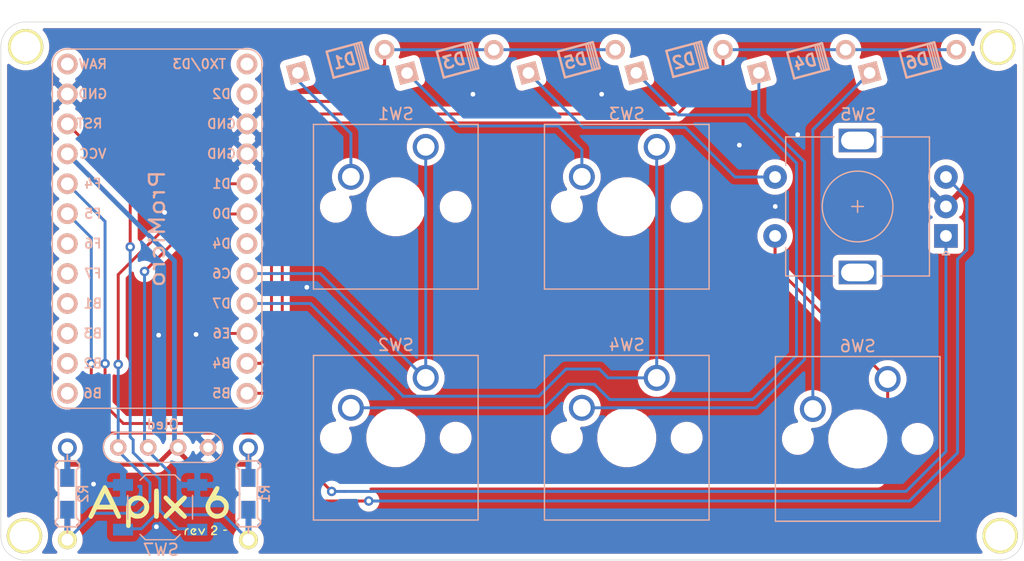
<source format=kicad_pcb>
(kicad_pcb (version 20171130) (host pcbnew "(5.1.6)-1")
  (layers (0 F.Cu signal) (31 B.Cu signal) (34 B.Paste user) (35 F.Paste user) (36 B.SilkS user) (37 F.SilkS user) (38 B.Mask user) (39 F.Mask user) (44 Edge.Cuts user))
  (net 0 "")
  (net 1 "Net-(D1-Pad2)")
  (net 2 row0)
  (net 3 "Net-(D2-Pad2)")
  (net 4 row1)
  (net 5 "Net-(D3-Pad2)")
  (net 6 "Net-(D4-Pad2)")
  (net 7 "Net-(D5-Pad2)")
  (net 8 "Net-(D6-Pad2)")
  (net 9 SCL)
  (net 10 SDA)
  (net 11 VCC)
  (net 12 GND)
  (net 13 col0)
  (net 14 col1)
  (net 15 ENC_A)
  (net 16 ENC_B)
  (net 17 col2)
  (net 18 "Net-(U1-Pad24)")
  (net 19 RESET)
  (net 20 "Net-(U1-Pad18)")
  (net 21 "Net-(U1-Pad17)")
  (net 22 "Net-(U1-Pad16)")
  (net 23 "Net-(U1-Pad15)")
  (net 24 "Net-(U1-Pad14)")
  (net 25 "Net-(U1-Pad13)")
  (net 26 "Net-(U1-Pad7)")
  (net 27 "Net-(U1-Pad2)")
  (net 28 "Net-(U1-Pad1)")
  (module keebio:ArduinoProMicro (layer B.Cu) (at 118.11 76.94 270)
    (fp_text reference U1 hide)
    (fp_text value ProMicro (at 0 0 90) (layer B.SilkS) (effects (font (size 1.27 1.524) (thickness 0.2032)) (justify mirror)))
    (fp_text user B2 (at 11.43 5.461) (layer B.SilkS) (effects (font (size 0.8 0.8)) (justify mirror)))
    (fp_text user F7 (at 3.81 5.461) (layer B.SilkS) (effects (font (size 0.8 0.8)) (justify mirror)))
    (fp_text user F6 (at 1.27 5.461) (layer B.SilkS) (effects (font (size 0.8 0.8)) (justify mirror)))
    (fp_text user F5 (at -1.27 5.461) (layer B.SilkS) (effects (font (size 0.8 0.8)) (justify mirror)))
    (fp_text user RAW (at -13.97 5.461) (layer B.SilkS) (effects (font (size 0.8 0.8)) (justify mirror)))
    (fp_text user GND (at -11.43 5.461) (layer B.SilkS) (effects (font (size 0.8 0.8)) (justify mirror)))
    (fp_text user RST (at -8.92 5.73312) (layer B.SilkS) (effects (font (size 0.8 0.8)) (justify mirror)))
    (fp_text user VCC (at -6.35 5.461) (layer B.SilkS) (effects (font (size 0.8 0.8)) (justify mirror)))
    (fp_text user F4 (at -3.81 5.461) (layer B.SilkS) (effects (font (size 0.8 0.8)) (justify mirror)))
    (fp_text user B1 (at 6.35 5.461) (layer B.SilkS) (effects (font (size 0.8 0.8)) (justify mirror)))
    (fp_text user B3 (at 8.89 5.461) (layer B.SilkS) (effects (font (size 0.8 0.8)) (justify mirror)))
    (fp_text user B6 (at 13.97 5.461) (layer B.SilkS) (effects (font (size 0.8 0.8)) (justify mirror)))
    (fp_text user B5 (at 13.97 -5.461) (layer B.SilkS) (effects (font (size 0.8 0.8)) (justify mirror)))
    (fp_text user B4 (at 11.43 -5.461) (layer B.SilkS) (effects (font (size 0.8 0.8)) (justify mirror)))
    (fp_text user E6 (at 8.89 -5.461) (layer B.SilkS) (effects (font (size 0.8 0.8)) (justify mirror)))
    (fp_text user D7 (at 6.35 -5.461) (layer B.SilkS) (effects (font (size 0.8 0.8)) (justify mirror)))
    (fp_text user C6 (at 3.81 -5.461) (layer B.SilkS) (effects (font (size 0.8 0.8)) (justify mirror)))
    (fp_text user D4 (at 1.27 -5.461) (layer B.SilkS) (effects (font (size 0.8 0.8)) (justify mirror)))
    (fp_text user GND (at -8.89 -5.461) (layer B.SilkS) (effects (font (size 0.8 0.8)) (justify mirror)))
    (fp_text user GND (at -6.35 -5.461) (layer B.SilkS) (effects (font (size 0.8 0.8)) (justify mirror)))
    (fp_text user D1 (at -3.81 -5.461) (layer B.SilkS) (effects (font (size 0.8 0.8)) (justify mirror)))
    (fp_text user D0 (at -1.27 -5.461) (layer B.SilkS) (effects (font (size 0.8 0.8)) (justify mirror)))
    (fp_text user D2 (at -11.43 -5.461) (layer B.SilkS) (effects (font (size 0.8 0.8)) (justify mirror)))
    (fp_text user TX0/D3 (at -13.97 -3.571872) (layer B.SilkS) (effects (font (size 0.8 0.8)) (justify mirror)))
    (pad 1 thru_hole circle (at -13.97 -7.62 270) (size 1.7526 1.7526) (drill 1.0922) (layers *.Cu *.SilkS *.Mask) (net 28 "Net-(U1-Pad1)"))
    (pad 2 thru_hole circle (at -11.43 -7.62 270) (size 1.7526 1.7526) (drill 1.0922) (layers *.Cu *.SilkS *.Mask) (net 27 "Net-(U1-Pad2)"))
    (pad 3 thru_hole circle (at -8.89 -7.62 270) (size 1.7526 1.7526) (drill 1.0922) (layers *.Cu *.SilkS *.Mask) (net 12 GND))
    (pad 4 thru_hole circle (at -6.35 -7.62 270) (size 1.7526 1.7526) (drill 1.0922) (layers *.Cu *.SilkS *.Mask) (net 12 GND))
    (pad 5 thru_hole circle (at -3.81 -7.62 270) (size 1.7526 1.7526) (drill 1.0922) (layers *.Cu *.SilkS *.Mask) (net 10 SDA))
    (pad 6 thru_hole circle (at -1.27 -7.62 270) (size 1.7526 1.7526) (drill 1.0922) (layers *.Cu *.SilkS *.Mask) (net 9 SCL))
    (pad 7 thru_hole circle (at 1.27 -7.62 270) (size 1.7526 1.7526) (drill 1.0922) (layers *.Cu *.SilkS *.Mask) (net 26 "Net-(U1-Pad7)"))
    (pad 8 thru_hole circle (at 3.81 -7.62 270) (size 1.7526 1.7526) (drill 1.0922) (layers *.Cu *.SilkS *.Mask) (net 13 col0))
    (pad 9 thru_hole circle (at 6.35 -7.62 270) (size 1.7526 1.7526) (drill 1.0922) (layers *.Cu *.SilkS *.Mask) (net 14 col1))
    (pad 10 thru_hole circle (at 8.89 -7.62 270) (size 1.7526 1.7526) (drill 1.0922) (layers *.Cu *.SilkS *.Mask) (net 17 col2))
    (pad 11 thru_hole circle (at 11.43 -7.62 270) (size 1.7526 1.7526) (drill 1.0922) (layers *.Cu *.SilkS *.Mask) (net 2 row0))
    (pad 13 thru_hole circle (at 13.97 7.62 270) (size 1.7526 1.7526) (drill 1.0922) (layers *.Cu *.SilkS *.Mask) (net 25 "Net-(U1-Pad13)"))
    (pad 14 thru_hole circle (at 11.43 7.62 270) (size 1.7526 1.7526) (drill 1.0922) (layers *.Cu *.SilkS *.Mask) (net 24 "Net-(U1-Pad14)"))
    (pad 15 thru_hole circle (at 8.89 7.62 270) (size 1.7526 1.7526) (drill 1.0922) (layers *.Cu *.SilkS *.Mask) (net 23 "Net-(U1-Pad15)"))
    (pad 16 thru_hole circle (at 6.35 7.62 270) (size 1.7526 1.7526) (drill 1.0922) (layers *.Cu *.SilkS *.Mask) (net 22 "Net-(U1-Pad16)"))
    (pad 17 thru_hole circle (at 3.81 7.62 270) (size 1.7526 1.7526) (drill 1.0922) (layers *.Cu *.SilkS *.Mask) (net 21 "Net-(U1-Pad17)"))
    (pad 18 thru_hole circle (at 1.27 7.62 270) (size 1.7526 1.7526) (drill 1.0922) (layers *.Cu *.SilkS *.Mask) (net 20 "Net-(U1-Pad18)"))
    (pad 19 thru_hole circle (at -1.27 7.62 270) (size 1.7526 1.7526) (drill 1.0922) (layers *.Cu *.SilkS *.Mask) (net 16 ENC_B))
    (pad 20 thru_hole circle (at -3.81 7.62 270) (size 1.7526 1.7526) (drill 1.0922) (layers *.Cu *.SilkS *.Mask) (net 15 ENC_A))
    (pad 21 thru_hole circle (at -6.35 7.62 270) (size 1.7526 1.7526) (drill 1.0922) (layers *.Cu *.SilkS *.Mask) (net 11 VCC))
    (pad 22 thru_hole circle (at -8.89 7.62 270) (size 1.7526 1.7526) (drill 1.0922) (layers *.Cu *.SilkS *.Mask) (net 19 RESET))
    (pad 23 thru_hole circle (at -11.43 7.62 270) (size 1.7526 1.7526) (drill 1.0922) (layers *.Cu *.SilkS *.Mask) (net 12 GND))
    (pad 12 thru_hole circle (at 13.97 -7.62 270) (size 1.7526 1.7526) (drill 1.0922) (layers *.Cu *.SilkS *.Mask) (net 4 row1))
    (pad 24 thru_hole circle (at -13.97 7.62 270) (size 1.7526 1.7526) (drill 1.0922) (layers *.Cu *.SilkS *.Mask) (net 18 "Net-(U1-Pad24)"))
  )
  (module Button_Switch_Keyboard:SW_Cherry_MX_1.00u_PCB (layer F.Cu) (at 160.5 70)
    (fp_text reference SW3 (at -2.54 -2.794) (layer B.SilkS) (effects (justify mirror)))
    (fp_text value MX-NoLED)
    (pad "" np_thru_hole circle (at 2.54 5.08) (size 1.7 1.7) (drill 1.7) (layers *.Cu *.Mask))
    (pad "" np_thru_hole circle (at -7.62 5.08) (size 1.7 1.7) (drill 1.7) (layers *.Cu *.Mask))
    (pad "" np_thru_hole circle (at -2.54 5.08) (size 4 4) (drill 4) (layers *.Cu *.Mask))
    (pad 2 thru_hole circle (at -6.35 2.54) (size 2.2 2.2) (drill 1.5) (layers *.Cu *.Mask) (net 5 "Net-(D3-Pad2)"))
    (pad 1 thru_hole circle (at 0 0) (size 2.2 2.2) (drill 1.5) (layers *.Cu *.Mask) (net 14 col1))
  )
  (module Button_Switch_Keyboard:SW_Cherry_MX_1.00u_PCB (layer F.Cu) (at 140.9 70)
    (fp_text reference SW1 (at -2.54 -2.794) (layer B.SilkS) (effects (justify mirror)))
    (fp_text value MX-NoLED)
    (pad "" np_thru_hole circle (at 2.54 5.08) (size 1.7 1.7) (drill 1.7) (layers *.Cu *.Mask))
    (pad "" np_thru_hole circle (at -7.62 5.08) (size 1.7 1.7) (drill 1.7) (layers *.Cu *.Mask))
    (pad "" np_thru_hole circle (at -2.54 5.08) (size 4 4) (drill 4) (layers *.Cu *.Mask))
    (pad 2 thru_hole circle (at -6.35 2.54) (size 2.2 2.2) (drill 1.5) (layers *.Cu *.Mask) (net 1 "Net-(D1-Pad2)"))
    (pad 1 thru_hole circle (at 0 0) (size 2.2 2.2) (drill 1.5) (layers *.Cu *.Mask) (net 13 col0))
  )
  (module keebio:Diode (layer F.Cu) (at 143 62.75 195)
    (fp_text reference D3 (at -0.302719 -0.029349 195) (layer B.SilkS) (effects (font (thickness 0.2032)) (justify mirror)))
    (fp_text value D hide)
    (pad 2 thru_hole rect (at 3.81 0 195) (size 1.651 1.651) (drill 0.9906) (layers *.Cu *.SilkS *.Mask) (net 5 "Net-(D3-Pad2)"))
    (pad 1 thru_hole circle (at -3.81 0 195) (size 1.651 1.651) (drill 0.9906) (layers *.Cu *.SilkS *.Mask) (net 2 row0))
  )
  (module keebio:Diode (layer F.Cu) (at 153.3 62.738 195)
    (fp_text reference D5 (at -0.299613 -0.040941 195) (layer B.SilkS) (effects (font (thickness 0.2032)) (justify mirror)))
    (fp_text value D hide)
    (pad 2 thru_hole rect (at 3.81 0 195) (size 1.651 1.651) (drill 0.9906) (layers *.Cu *.SilkS *.Mask) (net 7 "Net-(D5-Pad2)"))
    (pad 1 thru_hole circle (at -3.81 0 195) (size 1.651 1.651) (drill 0.9906) (layers *.Cu *.SilkS *.Mask) (net 2 row0))
  )
  (module keebio:Diode (layer F.Cu) (at 162.448889 62.738 195)
    (fp_text reference D2 (at -0.348982 -0.054169 195) (layer B.SilkS) (effects (font (thickness 0.2032)) (justify mirror)))
    (fp_text value D hide)
    (pad 2 thru_hole rect (at 3.81 0 195) (size 1.651 1.651) (drill 0.9906) (layers *.Cu *.SilkS *.Mask) (net 3 "Net-(D2-Pad2)"))
    (pad 1 thru_hole circle (at -3.81 0 195) (size 1.651 1.651) (drill 0.9906) (layers *.Cu *.SilkS *.Mask) (net 4 row1))
  )
  (module keebio:Diode (layer F.Cu) (at 172.85 62.738 195)
    (fp_text reference D4 (at -0.225435 -0.124592 15) (layer B.SilkS) (effects (font (thickness 0.2032)) (justify mirror)))
    (fp_text value D hide)
    (pad 2 thru_hole rect (at 3.81 0 195) (size 1.651 1.651) (drill 0.9906) (layers *.Cu *.SilkS *.Mask) (net 6 "Net-(D4-Pad2)"))
    (pad 1 thru_hole circle (at -3.81 0 195) (size 1.651 1.651) (drill 0.9906) (layers *.Cu *.SilkS *.Mask) (net 4 row1))
  )
  (module keebio:Diode (layer F.Cu) (at 182.245 62.738 195)
    (fp_text reference D6 (at -0.352739 -0.055176 15) (layer B.SilkS) (effects (font (thickness 0.2032)) (justify mirror)))
    (fp_text value D hide)
    (pad 2 thru_hole rect (at 3.81 0 195) (size 1.651 1.651) (drill 0.9906) (layers *.Cu *.SilkS *.Mask) (net 8 "Net-(D6-Pad2)"))
    (pad 1 thru_hole circle (at -3.81 0 195) (size 1.651 1.651) (drill 0.9906) (layers *.Cu *.SilkS *.Mask) (net 4 row1))
  )
  (module keebio:Diode (layer F.Cu) (at 133.731 62.738 195)
    (fp_text reference D1 (at -0.269669 -0.032917 195) (layer B.SilkS) (effects (font (thickness 0.2032)) (justify mirror)))
    (fp_text value D hide)
    (pad 2 thru_hole rect (at 3.81 0 195) (size 1.651 1.651) (drill 0.9906) (layers *.Cu *.SilkS *.Mask) (net 1 "Net-(D1-Pad2)"))
    (pad 1 thru_hole circle (at -3.81 0 195) (size 1.651 1.651) (drill 0.9906) (layers *.Cu *.SilkS *.Mask) (net 2 row0))
  )
  (module keebio:RotaryEncoder_EC11 (layer F.Cu) (at 177.546 75.057 180)
    (fp_text reference SW5)
    (fp_text value Rotary_Encoder_Switch)
    (fp_text user %R (at -0.054 7.807 180) (layer B.SilkS) (effects (justify mirror)))
    (pad S1 thru_hole circle (at 7 2.5 180) (size 2 2) (drill 1) (layers *.Cu *.Mask) (net 7 "Net-(D5-Pad2)"))
    (pad S2 thru_hole circle (at 7 -2.5 180) (size 2 2) (drill 1) (layers *.Cu *.Mask) (net 17 col2))
    (pad "" np_thru_hole rect (at 0 5.6 180) (size 3.2 2) (drill oval 2.8 1.5) (layers *.Cu *.Mask))
    (pad "" np_thru_hole rect (at 0 -5.6 180) (size 3.2 2) (drill oval 2.8 1.5) (layers *.Cu *.Mask))
    (pad B thru_hole circle (at -7.5 2.5 180) (size 2 2) (drill 1) (layers *.Cu *.Mask) (net 16 ENC_B))
    (pad C thru_hole circle (at -7.5 0 180) (size 2 2) (drill 1) (layers *.Cu *.Mask) (net 12 GND))
    (pad A thru_hole rect (at -7.5 -2.5 180) (size 2 2) (drill 1) (layers *.Cu *.Mask) (net 15 ENC_A))
  )
  (module Button_Switch_Keyboard:SW_Cherry_MX_1.00u_PCB (layer F.Cu) (at 180.1 89.7)
    (fp_text reference SW6 (at -2.54 -2.794) (layer B.SilkS) (effects (justify mirror)))
    (fp_text value MX-NoLED)
    (pad "" np_thru_hole circle (at 2.54 5.08) (size 1.7 1.7) (drill 1.7) (layers *.Cu *.Mask))
    (pad "" np_thru_hole circle (at -7.62 5.08) (size 1.7 1.7) (drill 1.7) (layers *.Cu *.Mask))
    (pad "" np_thru_hole circle (at -2.54 5.08) (size 4 4) (drill 4) (layers *.Cu *.Mask))
    (pad 2 thru_hole circle (at -6.35 2.54) (size 2.2 2.2) (drill 1.5) (layers *.Cu *.Mask) (net 8 "Net-(D6-Pad2)"))
    (pad 1 thru_hole circle (at 0 0) (size 2.2 2.2) (drill 1.5) (layers *.Cu *.Mask) (net 17 col2))
  )
  (module Button_Switch_Keyboard:SW_Cherry_MX_1.00u_PCB (layer F.Cu) (at 140.9 89.6)
    (fp_text reference SW2 (at -2.54 -2.794) (layer B.SilkS) (effects (justify mirror)))
    (fp_text value MX-NoLED)
    (pad "" np_thru_hole circle (at 2.54 5.08) (size 1.7 1.7) (drill 1.7) (layers *.Cu *.Mask))
    (pad "" np_thru_hole circle (at -7.62 5.08) (size 1.7 1.7) (drill 1.7) (layers *.Cu *.Mask))
    (pad "" np_thru_hole circle (at -2.54 5.08) (size 4 4) (drill 4) (layers *.Cu *.Mask))
    (pad 2 thru_hole circle (at -6.35 2.54) (size 2.2 2.2) (drill 1.5) (layers *.Cu *.Mask) (net 3 "Net-(D2-Pad2)"))
    (pad 1 thru_hole circle (at 0 0) (size 2.2 2.2) (drill 1.5) (layers *.Cu *.Mask) (net 13 col0))
  )
  (module Button_Switch_Keyboard:SW_Cherry_MX_1.00u_PCB (layer F.Cu) (at 160.5 89.6)
    (fp_text reference SW4 (at -2.54 -2.794) (layer B.SilkS) (effects (justify mirror)))
    (fp_text value MX-NoLED)
    (pad "" np_thru_hole circle (at 2.54 5.08) (size 1.7 1.7) (drill 1.7) (layers *.Cu *.Mask))
    (pad "" np_thru_hole circle (at -7.62 5.08) (size 1.7 1.7) (drill 1.7) (layers *.Cu *.Mask))
    (pad "" np_thru_hole circle (at -2.54 5.08) (size 4 4) (drill 4) (layers *.Cu *.Mask))
    (pad 2 thru_hole circle (at -6.35 2.54) (size 2.2 2.2) (drill 1.5) (layers *.Cu *.Mask) (net 6 "Net-(D4-Pad2)"))
    (pad 1 thru_hole circle (at 0 0) (size 2.2 2.2) (drill 1.5) (layers *.Cu *.Mask) (net 14 col1))
  )
  (module Button_Switch_SMD:SW_SPST_TL3342 (layer B.Cu) (at 118.364 100.584 180)
    (fp_text reference SW7 (at -0.063 -3.606) (layer B.SilkS) (effects (justify mirror)))
    (fp_text value SW_DIP_x02)
    (pad 3 smd rect (at 3.15 -1.9 180) (size 1.7 1) (layers B.Cu B.Paste B.Mask) (net 19 RESET))
    (pad 4 smd rect (at -3.15 -1.9 180) (size 1.7 1) (layers B.Cu B.Paste B.Mask) (net 19 RESET))
    (pad 1 smd rect (at 3.15 1.9 180) (size 1.7 1) (layers B.Cu B.Paste B.Mask) (net 12 GND))
    (pad 2 smd rect (at -3.15 1.9 180) (size 1.7 1) (layers B.Cu B.Paste B.Mask) (net 12 GND))
  )
  (module keebio:OLED (layer B.Cu) (at 114.808 95.504)
    (fp_text reference J1 hide)
    (fp_text value Oled (at 3.7878 -1.9518) (layer B.SilkS) (effects (font (size 0.8128 0.8128)) (justify mirror)))
    (pad 4 thru_hole circle (at 7.62 0) (size 1.397 1.397) (drill 0.8128) (layers *.Cu *.Mask B.SilkS) (net 12 GND))
    (pad 3 thru_hole circle (at 5.08 0) (size 1.397 1.397) (drill 0.8128) (layers *.Cu *.Mask B.SilkS) (net 11 VCC))
    (pad 2 thru_hole circle (at 2.54 0) (size 1.397 1.397) (drill 0.8128) (layers *.Cu *.Mask B.SilkS) (net 9 SCL))
    (pad 1 thru_hole circle (at 0 0) (size 1.397 1.397) (drill 0.8128) (layers *.Cu *.Mask B.SilkS) (net 10 SDA))
  )
  (module keebio:Resistor-Hybrid (layer F.Cu) (at 125.857 99.441 90)
    (fp_text reference R1 (at 0.009 1.39 90) (layer B.SilkS) (effects (font (size 0.8 0.8)) (justify mirror)))
    (fp_text value 4,7 hide)
    (pad 2 smd rect (at -2.5 0 90) (size 2.9 0.5) (layers B.Cu) (net 9 SCL))
    (pad 2 smd rect (at -1.35 0 90) (size 1.5 1.2) (layers B.Cu B.Paste B.Mask) (net 9 SCL))
    (pad 1 smd rect (at 1.35 0 90) (size 1.5 1.2) (layers B.Cu B.Paste B.Mask) (net 11 VCC))
    (pad 1 smd rect (at 2.5 0 90) (size 2.9 0.5) (layers B.Cu) (net 11 VCC))
    (pad 1 smd rect (at 1.35 0 90) (size 1.5 1.2) (layers F.Cu F.Paste F.Mask) (net 11 VCC))
    (pad 2 smd rect (at -1.35 0 90) (size 1.5 1.2) (layers F.Cu F.Paste F.Mask) (net 9 SCL))
    (pad 2 thru_hole circle (at -3.9 0 90) (size 1.6 1.6) (drill 1) (layers *.Cu *.Mask F.SilkS) (net 9 SCL))
    (pad 1 thru_hole circle (at 3.9 0 90) (size 1.6 1.6) (drill 1) (layers *.Cu *.Mask) (net 11 VCC))
    (pad 2 smd rect (at -2.5 0 90) (size 2.9 0.5) (layers F.Cu) (net 9 SCL))
    (pad 1 smd rect (at 2.5 0 90) (size 2.9 0.5) (layers F.Cu) (net 11 VCC))
  )
  (module keebio:Resistor-Hybrid (layer F.Cu) (at 110.49 99.441 90)
    (fp_text reference R2 (at 0.009 1.357 270) (layer B.SilkS) (effects (font (size 0.8 0.8)) (justify mirror)))
    (fp_text value 4,7 hide)
    (pad 1 smd rect (at 2.5 0 90) (size 2.9 0.5) (layers F.Cu) (net 11 VCC))
    (pad 2 smd rect (at -2.5 0 90) (size 2.9 0.5) (layers F.Cu) (net 10 SDA))
    (pad 1 thru_hole circle (at 3.9 0 90) (size 1.6 1.6) (drill 1) (layers *.Cu *.Mask) (net 11 VCC))
    (pad 2 thru_hole circle (at -3.9 0 90) (size 1.6 1.6) (drill 1) (layers *.Cu *.Mask F.SilkS) (net 10 SDA))
    (pad 2 smd rect (at -1.35 0 90) (size 1.5 1.2) (layers F.Cu F.Paste F.Mask) (net 10 SDA))
    (pad 1 smd rect (at 1.35 0 90) (size 1.5 1.2) (layers F.Cu F.Paste F.Mask) (net 11 VCC))
    (pad 1 smd rect (at 2.5 0 90) (size 2.9 0.5) (layers B.Cu) (net 11 VCC))
    (pad 1 smd rect (at 1.35 0 90) (size 1.5 1.2) (layers B.Cu B.Paste B.Mask) (net 11 VCC))
    (pad 2 smd rect (at -1.35 0 90) (size 1.5 1.2) (layers B.Cu B.Paste B.Mask) (net 10 SDA))
    (pad 2 smd rect (at -2.5 0 90) (size 2.9 0.5) (layers B.Cu) (net 10 SDA))
  )
  (module keebio:aplx6a (layer F.Cu) (at 118.237 100.203)
    (fp_text reference G*** hide)
    (fp_text value LOGO hide)
  )
  (module keebio:rev (layer F.Cu) (at 121.7295 102.5525)
    (fp_text reference G*** hide)
    (fp_text value LOGO hide)
  )
  (module keebio:MountingHole (layer F.Cu) (at 189.65 103)
    (fp_text reference U4 hide)
    (fp_text value HOLE)
    (pad "" thru_hole circle (at 0 0) (size 3 3) (drill 2.5) (layers *.Cu *.Mask F.SilkS))
  )
  (module keebio:MountingHole (layer F.Cu) (at 189.45 61.55)
    (fp_text reference U4 hide)
    (fp_text value HOLE)
    (pad "" thru_hole circle (at 0 0) (size 3 3) (drill 2.5) (layers *.Cu *.Mask F.SilkS))
  )
  (module keebio:MountingHole (layer F.Cu) (at 106.85 103)
    (fp_text reference U4 hide)
    (fp_text value HOLE)
    (pad "" thru_hole circle (at 0 0) (size 3 3) (drill 2.5) (layers *.Cu *.Mask F.SilkS))
  )
  (module keebio:MountingHole (layer F.Cu) (at 106.95 61.5)
    (fp_text reference U4 hide)
    (fp_text value HOLE)
    (pad "" thru_hole circle (at 0 0) (size 3 3) (drill 2.5) (layers *.Cu *.Mask F.SilkS))
  )
  (gr_arc (start 189.600001 103.050001) (end 189.65 105.05) (angle -90.03670453) (layer Edge.Cuts) (width 0.05))
  (gr_arc (start 189.45 61.55) (end 191.6 61.55) (angle -90) (layer Edge.Cuts) (width 0.05))
  (gr_arc (start 106.85 103.05) (end 104.85 103.05) (angle -90) (layer Edge.Cuts) (width 0.05))
  (gr_arc (start 106.95 61.5) (end 106.95 59.4) (angle -90) (layer Edge.Cuts) (width 0.05))
  (gr_line (start 191.599968 102.998721) (end 191.6 61.55) (layer Edge.Cuts) (width 0.05))
  (gr_line (start 106.85 105.05) (end 189.65 105.05) (layer Edge.Cuts) (width 0.05))
  (gr_line (start 104.85 61.5) (end 104.85 103.05) (layer Edge.Cuts) (width 0.05))
  (gr_line (start 106.95 59.4) (end 189.45 59.4) (layer Edge.Cuts) (width 0.05))
  (segment (start 130.1074 63.780678) (end 130.050823 63.724101) (width 0.25) (layer F.Cu) (net 1))
  (segment (start 130.050823 64.366423) (end 130.050823 63.724101) (width 0.25) (layer B.Cu) (net 1))
  (segment (start 134.55 68.8656) (end 130.050823 64.366423) (width 0.25) (layer B.Cu) (net 1))
  (segment (start 134.55 72.54) (end 134.55 68.8656) (width 0.25) (layer B.Cu) (net 1))
  (segment (start 137.411177 61.751899) (end 137.411177 62.994823) (width 0.25) (layer F.Cu) (net 2))
  (segment (start 137.411177 61.751899) (end 156.980177 61.751899) (width 0.25) (layer B.Cu) (net 2))
  (segment (start 137.411177 62.994823) (end 134.2644 66.1416) (width 0.25) (layer F.Cu) (net 2))
  (segment (start 127.8128 87.4776) (end 126.9204 88.37) (width 0.25) (layer F.Cu) (net 2))
  (segment (start 130.3782 66.1416) (end 127.8128 68.707) (width 0.25) (layer F.Cu) (net 2))
  (segment (start 127.8128 68.707) (end 127.8128 87.4776) (width 0.25) (layer F.Cu) (net 2))
  (segment (start 134.2644 66.1416) (end 130.3782 66.1416) (width 0.25) (layer F.Cu) (net 2))
  (segment (start 126.9204 88.37) (end 125.73 88.37) (width 0.25) (layer F.Cu) (net 2))
  (segment (start 162.3314 67.286789) (end 158.768712 63.724101) (width 0.25) (layer B.Cu) (net 3))
  (segment (start 172.3644 87.7062) (end 172.3644 71.374) (width 0.25) (layer B.Cu) (net 3))
  (segment (start 172.3644 71.374) (end 168.277189 67.286789) (width 0.25) (layer B.Cu) (net 3))
  (segment (start 152.9842 90.1446) (end 155.2194 90.1446) (width 0.25) (layer B.Cu) (net 3))
  (segment (start 168.6306 91.44) (end 172.3644 87.7062) (width 0.25) (layer B.Cu) (net 3))
  (segment (start 155.2194 90.1446) (end 156.5148 91.44) (width 0.25) (layer B.Cu) (net 3))
  (segment (start 168.277189 67.286789) (end 162.3314 67.286789) (width 0.25) (layer B.Cu) (net 3))
  (segment (start 156.5148 91.44) (end 168.6306 91.44) (width 0.25) (layer B.Cu) (net 3))
  (segment (start 134.55 92.14) (end 150.9888 92.14) (width 0.25) (layer B.Cu) (net 3))
  (segment (start 150.9888 92.14) (end 152.9842 90.1446) (width 0.25) (layer B.Cu) (net 3))
  (segment (start 166.129066 63.359934) (end 162.2806 67.2084) (width 0.25) (layer F.Cu) (net 4))
  (segment (start 166.129066 61.751899) (end 185.925177 61.751899) (width 0.25) (layer B.Cu) (net 4))
  (segment (start 166.129066 61.751899) (end 166.129066 63.359934) (width 0.25) (layer F.Cu) (net 4))
  (segment (start 128.7272 89.4588) (end 127.276 90.91) (width 0.25) (layer F.Cu) (net 4))
  (segment (start 130.6322 67.2084) (end 128.7272 69.1134) (width 0.25) (layer F.Cu) (net 4))
  (segment (start 128.7272 69.1134) (end 128.7272 89.4588) (width 0.25) (layer F.Cu) (net 4))
  (segment (start 127.276 90.91) (end 125.73 90.91) (width 0.25) (layer F.Cu) (net 4))
  (segment (start 162.2806 67.2084) (end 130.6322 67.2084) (width 0.25) (layer F.Cu) (net 4))
  (segment (start 143.808122 68.2244) (end 139.319823 63.736101) (width 0.25) (layer B.Cu) (net 5))
  (segment (start 154.15 72.54) (end 154.15 70.2284) (width 0.25) (layer B.Cu) (net 5))
  (segment (start 152.146 68.2244) (end 143.808122 68.2244) (width 0.25) (layer B.Cu) (net 5))
  (segment (start 154.15 70.2284) (end 152.146 68.2244) (width 0.25) (layer B.Cu) (net 5))
  (segment (start 169.169823 67.163423) (end 169.169823 63.724101) (width 0.25) (layer B.Cu) (net 6))
  (segment (start 169.169823 67.392023) (end 169.169823 67.163423) (width 0.25) (layer B.Cu) (net 6))
  (segment (start 154.15 92.14) (end 168.9466 92.14) (width 0.25) (layer B.Cu) (net 6))
  (segment (start 173.0502 71.2724) (end 169.169823 67.392023) (width 0.25) (layer B.Cu) (net 6))
  (segment (start 168.9466 92.14) (end 173.0502 88.0364) (width 0.25) (layer B.Cu) (net 6))
  (segment (start 173.0502 88.0364) (end 173.0502 71.2724) (width 0.25) (layer B.Cu) (net 6))
  (segment (start 154.247122 68.3514) (end 149.619823 63.724101) (width 0.25) (layer B.Cu) (net 7))
  (segment (start 162.941 68.3514) (end 154.247122 68.3514) (width 0.25) (layer B.Cu) (net 7))
  (segment (start 167.1466 72.557) (end 162.941 68.3514) (width 0.25) (layer B.Cu) (net 7))
  (segment (start 170.546 72.557) (end 167.1466 72.557) (width 0.25) (layer B.Cu) (net 7))
  (segment (start 173.75 68.538924) (end 178.564823 63.724101) (width 0.25) (layer B.Cu) (net 8))
  (segment (start 173.75 92.24) (end 173.75 68.538924) (width 0.25) (layer B.Cu) (net 8))
  (segment (start 114.5 95.5) (end 117.5004 98.5004) (width 0.25) (layer B.Cu) (net 10))
  (segment (start 117.5004 98.5004) (end 117.5004 100.0252) (width 0.25) (layer B.Cu) (net 10))
  (segment (start 110.49 103.341) (end 112.739 101.092) (width 0.25) (layer B.Cu) (net 10))
  (segment (start 116.4336 101.092) (end 117.5004 100.0252) (width 0.25) (layer B.Cu) (net 10))
  (segment (start 112.739 101.092) (end 116.4336 101.092) (width 0.25) (layer B.Cu) (net 10))
  (segment (start 114.808 88.4555) (end 114.7445 88.4555) (width 0.25) (layer B.Cu) (net 10))
  (via (at 114.808 88.4555) (size 0.8) (drill 0.4) (layers F.Cu B.Cu) (net 10))
  (segment (start 119.126 97.586) (end 119.126 100.2284) (width 0.25) (layer B.Cu) (net 9))
  (segment (start 119.126 100.2284) (end 120.1166 101.219) (width 0.25) (layer B.Cu) (net 9))
  (segment (start 117.04 95.5) (end 119.126 97.586) (width 0.25) (layer B.Cu) (net 9))
  (segment (start 120.1166 101.219) (end 123.735 101.219) (width 0.25) (layer B.Cu) (net 9))
  (segment (start 123.735 101.219) (end 125.857 103.341) (width 0.25) (layer B.Cu) (net 9))
  (via (at 117.04 80.572) (size 0.8) (drill 0.4) (layers F.Cu B.Cu) (net 9))
  (segment (start 117.04 80.572) (end 117.04 80.572) (width 0.25) (layer B.Cu) (net 9))
  (segment (start 117.04 95.196) (end 117.348 95.504) (width 0.25) (layer B.Cu) (net 9))
  (segment (start 117.04 80.572) (end 117.04 95.196) (width 0.25) (layer B.Cu) (net 9))
  (segment (start 117.04 80.572) (end 121.92 75.692) (width 0.25) (layer F.Cu) (net 9))
  (segment (start 125.708 75.692) (end 125.73 75.67) (width 0.25) (layer F.Cu) (net 9))
  (segment (start 121.92 75.692) (end 125.708 75.692) (width 0.25) (layer F.Cu) (net 9))
  (segment (start 114.808 95.504) (end 114.808 88.4555) (width 0.25) (layer B.Cu) (net 10))
  (segment (start 122.5135 73.13) (end 125.73 73.13) (width 0.25) (layer F.Cu) (net 10))
  (segment (start 114.808 88.4555) (end 114.808 80.8355) (width 0.25) (layer F.Cu) (net 10))
  (segment (start 114.808 80.8355) (end 122.5135 73.13) (width 0.25) (layer F.Cu) (net 10))
  (segment (start 119.58 95.5) (end 119.58 79.68) (width 0.4) (layer B.Cu) (net 11))
  (segment (start 125.857 96.941) (end 121.021 96.941) (width 0.4) (layer F.Cu) (net 11))
  (segment (start 121.021 96.941) (end 119.58 95.5) (width 0.4) (layer F.Cu) (net 11))
  (segment (start 110.49 96.941) (end 118.139 96.941) (width 0.4) (layer F.Cu) (net 11))
  (segment (start 118.139 96.941) (end 119.58 95.5) (width 0.4) (layer F.Cu) (net 11))
  (segment (start 125.816 95.5) (end 125.857 95.541) (width 0.25) (layer F.Cu) (net 11))
  (segment (start 119.58 79.68) (end 110.49 70.59) (width 0.4) (layer B.Cu) (net 11))
  (via (at 118.0465 102.235) (size 0.8) (drill 0.4) (layers F.Cu B.Cu) (net 12))
  (via (at 112.7125 98.6155) (size 0.8) (drill 0.4) (layers F.Cu B.Cu) (net 12))
  (via (at 144.907 65.532) (size 0.8) (drill 0.4) (layers F.Cu B.Cu) (net 12))
  (via (at 155.829 65.532) (size 0.8) (drill 0.4) (layers F.Cu B.Cu) (net 12))
  (via (at 172.466 68.961) (size 0.8) (drill 0.4) (layers F.Cu B.Cu) (net 12))
  (via (at 167.513 69.85) (size 0.8) (drill 0.4) (layers F.Cu B.Cu) (net 12))
  (via (at 130.81 81.915) (size 0.8) (drill 0.4) (layers F.Cu B.Cu) (net 12))
  (via (at 170.561 75.057) (size 0.8) (drill 0.4) (layers F.Cu B.Cu) (net 12))
  (via (at 118.745 75.565) (size 0.8) (drill 0.4) (layers F.Cu B.Cu) (net 12))
  (via (at 121.412 85.9155) (size 0.8) (drill 0.4) (layers F.Cu B.Cu) (net 12))
  (via (at 118.237 85.979) (size 0.8) (drill 0.4) (layers F.Cu B.Cu) (net 12))
  (segment (start 125.73 80.75) (end 131.9564 80.75) (width 0.25) (layer B.Cu) (net 13))
  (segment (start 140.9 70) (end 140.9 89.6) (width 0.25) (layer B.Cu) (net 13))
  (segment (start 131.9564 80.75) (end 140.8064 89.6) (width 0.25) (layer B.Cu) (net 13))
  (segment (start 140.8064 89.6) (end 140.9 89.6) (width 0.25) (layer B.Cu) (net 13))
  (segment (start 131.1182 83.29) (end 138.9888 91.1606) (width 0.25) (layer B.Cu) (net 14))
  (segment (start 125.73 83.29) (end 131.1182 83.29) (width 0.25) (layer B.Cu) (net 14))
  (segment (start 150.495 91.1606) (end 138.9888 91.1606) (width 0.25) (layer B.Cu) (net 14))
  (segment (start 155.6258 88.8492) (end 152.8064 88.8492) (width 0.25) (layer B.Cu) (net 14))
  (segment (start 152.8064 88.8492) (end 150.495 91.1606) (width 0.25) (layer B.Cu) (net 14))
  (segment (start 156.3766 89.6) (end 155.6258 88.8492) (width 0.25) (layer B.Cu) (net 14))
  (segment (start 160.5 89.6) (end 156.3766 89.6) (width 0.25) (layer B.Cu) (net 14))
  (segment (start 160.5 70) (end 160.5 89.6) (width 0.25) (layer B.Cu) (net 14))
  (segment (start 133.985 99.2378) (end 132.9182 99.2378) (width 0.25) (layer B.Cu) (net 15))
  (segment (start 132.9182 99.2378) (end 132.9182 99.2378) (width 0.25) (layer F.Cu) (net 15))
  (segment (start 127.1524 93.472) (end 132.9182 99.2378) (width 0.25) (layer F.Cu) (net 15))
  (via (at 132.9182 99.2378) (size 0.8) (drill 0.4) (layers F.Cu B.Cu) (net 15))
  (segment (start 185.039 95.8596) (end 181.6792 99.2194) (width 0.25) (layer B.Cu) (net 15))
  (segment (start 181.6608 99.2378) (end 133.985 99.2378) (width 0.25) (layer B.Cu) (net 15))
  (segment (start 185.046 77.557) (end 185.046 95.8272) (width 0.25) (layer B.Cu) (net 15))
  (segment (start 113.6904 88.392) (end 113.6904 88.392) (width 0.25) (layer B.Cu) (net 15))
  (segment (start 113.6904 88.392) (end 113.6904 91.9226) (width 0.25) (layer F.Cu) (net 15))
  (segment (start 113.6904 76.3304) (end 113.6904 88.392) (width 0.25) (layer B.Cu) (net 15))
  (segment (start 113.6904 91.9226) (end 115.2398 93.472) (width 0.25) (layer F.Cu) (net 15))
  (segment (start 115.2398 93.472) (end 127.1524 93.472) (width 0.25) (layer F.Cu) (net 15))
  (segment (start 110.49 73.13) (end 113.6904 76.3304) (width 0.25) (layer B.Cu) (net 15))
  (via (at 113.6904 88.392) (size 0.8) (drill 0.4) (layers F.Cu B.Cu) (net 15))
  (segment (start 131.826 99.187) (end 131.826 99.6188) (width 0.25) (layer F.Cu) (net 16))
  (segment (start 126.9238 94.2848) (end 131.826 99.187) (width 0.25) (layer F.Cu) (net 16))
  (segment (start 136.0678 100.0506) (end 136.0678 100.0506) (width 0.25) (layer F.Cu) (net 16))
  (segment (start 132.2578 100.0506) (end 136.0678 100.0506) (width 0.25) (layer F.Cu) (net 16))
  (segment (start 131.826 99.6188) (end 132.2578 100.0506) (width 0.25) (layer F.Cu) (net 16))
  (via (at 136.0678 100.0506) (size 0.8) (drill 0.4) (layers F.Cu B.Cu) (net 16))
  (segment (start 181.9402 100.0506) (end 136.0678 100.0506) (width 0.25) (layer B.Cu) (net 16))
  (segment (start 186.0296 95.9612) (end 181.9402 100.0506) (width 0.25) (layer B.Cu) (net 16))
  (segment (start 186.817 78.74) (end 186.0296 79.5274) (width 0.25) (layer B.Cu) (net 16))
  (segment (start 186.0296 79.5274) (end 186.0296 95.9612) (width 0.25) (layer B.Cu) (net 16))
  (segment (start 186.817 78.74) (end 186.817 74.328) (width 0.25) (layer B.Cu) (net 16))
  (segment (start 186.817 74.328) (end 185.046 72.557) (width 0.25) (layer B.Cu) (net 16))
  (segment (start 126.873 94.2848) (end 126.8984 94.2848) (width 0.25) (layer F.Cu) (net 16))
  (segment (start 112.522 92.7608) (end 112.522 92.3036) (width 0.25) (layer F.Cu) (net 16))
  (segment (start 126.873 94.2848) (end 126.9238 94.2848) (width 0.25) (layer F.Cu) (net 16))
  (segment (start 112.522 88.392) (end 112.522 88.392) (width 0.25) (layer B.Cu) (net 16))
  (segment (start 112.522 92.3036) (end 112.522 88.392) (width 0.25) (layer F.Cu) (net 16))
  (segment (start 126.873 94.2848) (end 114.046 94.2848) (width 0.25) (layer F.Cu) (net 16))
  (segment (start 110.49 75.67) (end 112.522 77.702) (width 0.25) (layer B.Cu) (net 16))
  (segment (start 112.522 77.702) (end 112.522 88.392) (width 0.25) (layer B.Cu) (net 16))
  (segment (start 114.046 94.2848) (end 112.522 92.7608) (width 0.25) (layer F.Cu) (net 16))
  (via (at 112.522 88.392) (size 0.8) (drill 0.4) (layers F.Cu B.Cu) (net 16))
  (segment (start 133.858 98.2726) (end 128.397 92.8116) (width 0.25) (layer F.Cu) (net 17))
  (segment (start 180.6448 96.8502) (end 179.2224 98.2726) (width 0.25) (layer F.Cu) (net 17))
  (segment (start 179.2224 98.2726) (end 133.858 98.2726) (width 0.25) (layer F.Cu) (net 17))
  (segment (start 180.1 89.7) (end 180.1 91.6064) (width 0.25) (layer F.Cu) (net 17))
  (segment (start 170.546 80.146) (end 180.1 89.7) (width 0.25) (layer F.Cu) (net 17))
  (segment (start 180.6448 92.1512) (end 180.6448 96.8502) (width 0.25) (layer F.Cu) (net 17))
  (segment (start 180.1 91.6064) (end 180.6448 92.1512) (width 0.25) (layer F.Cu) (net 17))
  (segment (start 123.2662 86.1314) (end 123.5676 85.83) (width 0.25) (layer F.Cu) (net 17))
  (segment (start 123.5676 85.83) (end 125.73 85.83) (width 0.25) (layer F.Cu) (net 17))
  (segment (start 123.2662 91.2876) (end 123.2662 86.1314) (width 0.25) (layer F.Cu) (net 17))
  (segment (start 124.7902 92.8116) (end 123.2662 91.2876) (width 0.25) (layer F.Cu) (net 17))
  (segment (start 128.397 92.8116) (end 124.7902 92.8116) (width 0.25) (layer F.Cu) (net 17))
  (segment (start 170.546 77.557) (end 170.546 80.0758) (width 0.25) (layer F.Cu) (net 17))
  (segment (start 170.546 77.557) (end 170.546 80.146) (width 0.25) (layer F.Cu) (net 17))
  (segment (start 115.15 102.407) (end 116.7696 102.407) (width 0.25) (layer B.Cu) (net 19))
  (segment (start 121.45 102.407) (end 119.896 102.407) (width 0.25) (layer B.Cu) (net 19))
  (segment (start 118.3328 98.4054) (end 118.3328 98.3938) (width 0.25) (layer B.Cu) (net 19))
  (segment (start 119.896 102.407) (end 118.3328 100.8438) (width 0.25) (layer B.Cu) (net 19))
  (segment (start 118.3328 98.4054) (end 118.3328 100.8438) (width 0.25) (layer B.Cu) (net 19))
  (segment (start 118.3328 100.8438) (end 116.7696 102.407) (width 0.25) (layer B.Cu) (net 19))
  (via (at 115.824 78.486) (size 0.8) (drill 0.4) (layers F.Cu B.Cu) (net 19))
  (segment (start 115.824 73.384) (end 110.49 68.05) (width 0.25) (layer F.Cu) (net 19))
  (segment (start 115.824 78.486) (end 115.824 73.384) (width 0.25) (layer F.Cu) (net 19))
  (segment (start 115.824 78.486) (end 115.824 78.486) (width 0.25) (layer B.Cu) (net 19))
  (segment (start 118.3328 98.2033) (end 116.078 95.9485) (width 0.25) (layer B.Cu) (net 19))
  (segment (start 118.3328 98.4054) (end 118.3328 98.2033) (width 0.25) (layer B.Cu) (net 19))
  (segment (start 115.824 78.486) (end 115.824 94.615) (width 0.25) (layer B.Cu) (net 19))
  (segment (start 116.078 94.869) (end 116.078 95.9485) (width 0.25) (layer B.Cu) (net 19))
  (segment (start 115.824 94.615) (end 116.078 94.869) (width 0.25) (layer B.Cu) (net 19))
  (zone (net 12) (net_name GND) (layer F.Cu) (connect_pads (clearance 0.508)) (min_thickness 0.254) (fill yes (arc_segments 32) (thermal_gap 0.508) (thermal_bridge_width 0.508))
    (polygon (pts (xy 191.643 105.156) (xy 104.902 105.029) (xy 104.775 59.436) (xy 191.643 59.436)))
  )
  (zone (net 12) (net_name GND) (layer B.Cu) (connect_pads (clearance 0.508)) (min_thickness 0.254) (fill yes (arc_segments 32) (thermal_gap 0.508) (thermal_bridge_width 0.508))
    (polygon (pts (xy 191.643 59.436) (xy 104.902 59.563) (xy 104.775 105.156) (xy 191.643 105.156)))
  )
)
</source>
